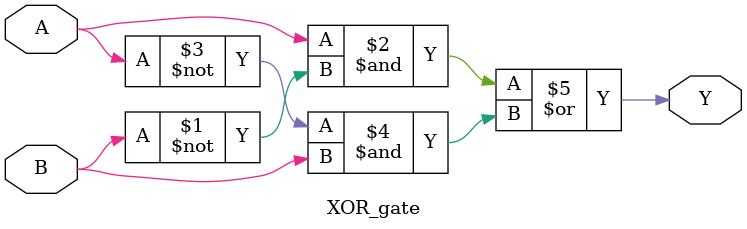
<source format=v>
module XOR_gate(
	input wire A,
	input wire B,
	output wire Y);

	assign Y = (A&(~B)) | ((~A)&B);

endmodule
</source>
